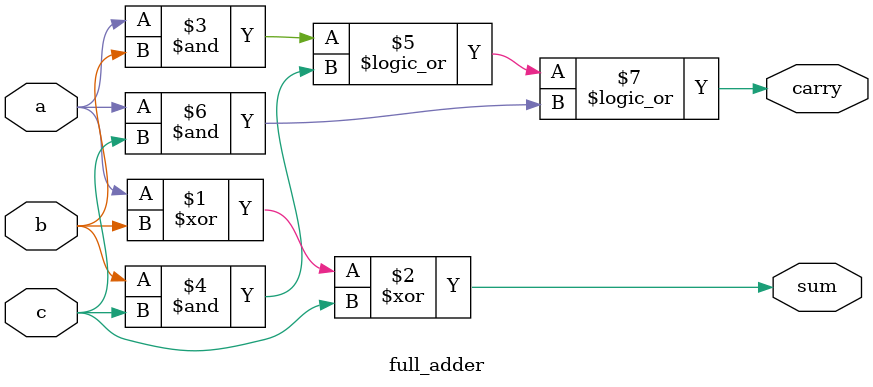
<source format=v>
module full_adder(input a,b,c,
output sum,carry);
assign sum=a^b^c;
assign carry=(a&b)||(b&c)||(a&c);
endmodule

</source>
